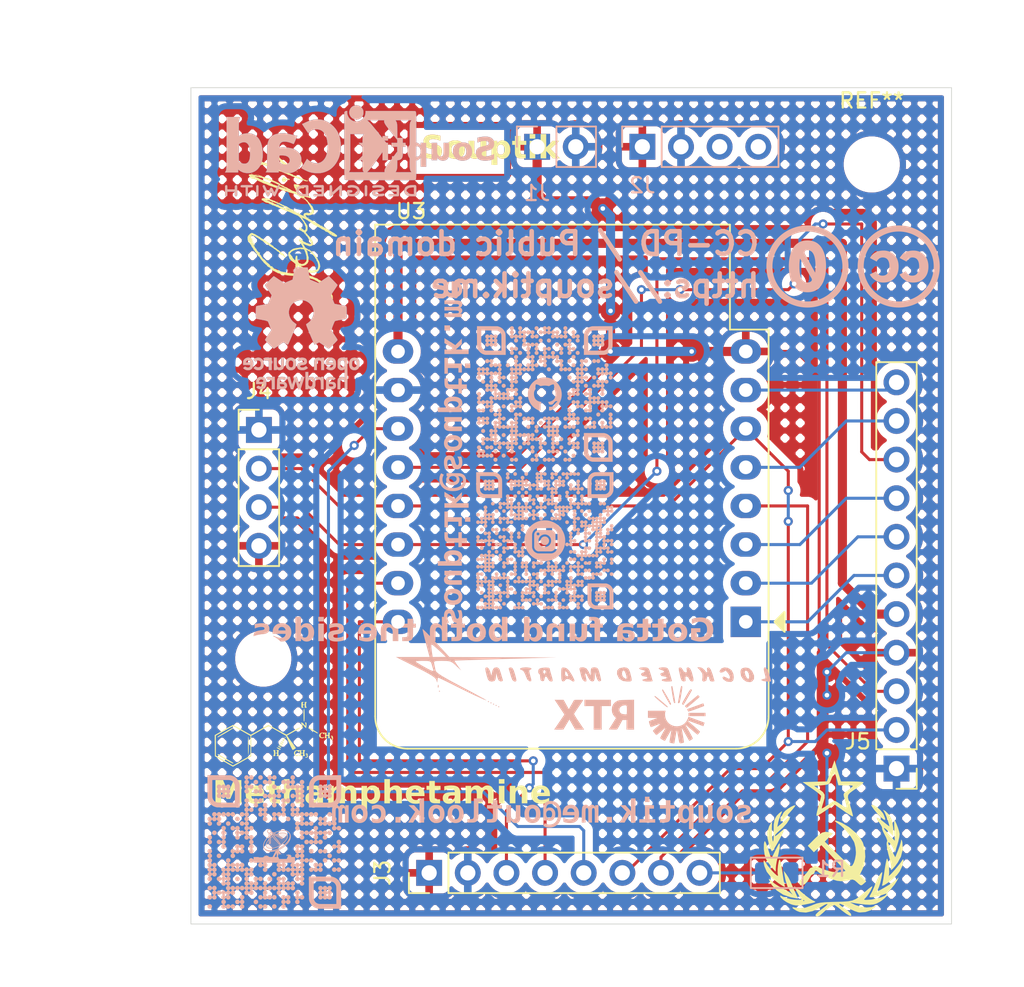
<source format=kicad_pcb>
(kicad_pcb (version 20241129) (generator "pcbnew") (generator_version "8.99")
  (layers (0 "F.Cu" signal) (2 "B.Cu" signal) (13 "F.Paste" user) (15 "B.Paste" user) (5 "F.SilkS" user "F.Silkscreen") (7 "B.SilkS" user "B.Silkscreen") (1 "F.Mask" user) (3 "B.Mask" user) (25 "Edge.Cuts" user))
  (net 0 "")
  (net 1 "GND")
  (net 2 "3.3V")
  (net 5 "SDA")
  (net 6 "Net-(J3-Pin_8)")
  (net 7 "RSTL")
  (net 8 "SCK")
  (net 9 "A0L")
  (net 10 "CS")
  (net 11 "SCL")
  (net 12 "D8WE")
  (net 13 "D6WE")
  (net 14 "A0WE")
  (net 15 "D3WE")
  (net 16 "5V")
  (net 17 "DOWE")
  (net 18 "RSTWE")
  (footprint "kicadlogos:meth" (layer "F.Cu") (at 185.73 92.444)
    (property "Reference" "G***" (hide yes))
    (property "Value" "LOGO" (hide yes))
  )
  (footprint "RF_Module:WEMOS_D1_mini_light" (layer "F.Cu") (at 216.718 85.078 180)
    (property "Reference" "U3")
    (property "Value" "WEMOS_D1_mini")
  )
  (footprint "MountingHole:MountingHole_3.2mm_M3" (layer "F.Cu") (at 225 55)
    (property "Reference" "REF**")
    (property "Value" "MountingHole_3.2mm_M3")
  )
  (footprint "kicadlogos:sign" (layer "F.Cu") (at 187.079375 57.448466 90)
    (property "Reference" "G***" (hide yes))
    (property "Value" "LOGO" (hide yes))
  )
  (footprint "Connector_PinHeader_2.54mm:PinHeader_1x04_P2.54mm_Vertical" (layer "F.Cu") (at 184.714 72.46)
    (property "Reference" "J4")
    (property "Value" "Conn_01x04_Socket")
  )
  (footprint "Connector_PinHeader_2.54mm:PinHeader_1x08_P2.54mm_Vertical" (layer "F.Cu") (at 195.905 101.588 90)
    (property "Reference" "J3")
    (property "Value" "Conn_01x08_Socket")
  )
  (footprint "Connector_PinHeader_2.54mm:PinHeader_1x11_P2.54mm_Vertical" (layer "F.Cu") (at 226.624 94.73 180)
    (property "Reference" "J5")
    (property "Value" "Conn_01x11_Pin")
  )
  (footprint "kicadlogos:communism" (layer "F.Cu") (at 222.433 99.81)
    (property "Reference" "G***" (hide yes))
    (property "Value" "LOGO" (hide yes))
  )
  (footprint "MountingHole:MountingHole_3.2mm_M3" (layer "F.Cu") (at 185 87.5)
    (property "Reference" "REF**" (hide yes))
    (property "Value" "MountingHole_3.2mm_M3")
  )
  (footprint "Symbol:KiCad-Logo2_5mm_SilkScreen" (layer "B.Cu") (at 188.778 54.09 180)
    (property "Reference" "REF**" (hide yes))
    (property "Value" "KiCad-Logo2_5mm_SilkScreen" (hide yes))
  )
  (footprint "Symbol:OSHW-Logo_7.5x8mm_Copper" (layer "B.Cu") (at 187.508 65.774 180)
    (property "Reference" "REF**" (hide yes))
    (property "Value" "OSHW-Logo_7.5x8mm_Copper" (hide yes))
  )
  (footprint "Symbol:Symbol_CreativeCommonsPublicDomain_SilkScreenTop_Small" (layer "B.Cu") (at 207.771 61.71 180)
    (property "Reference" "REF**" (hide yes))
    (property "Value" "Symbol_CreativeCommonsPublicDomain_SilkScreenTop_Small" (hide yes))
  )
  (footprint "kicadlogos:Lockheed" (layer "B.Cu") (at 206.022846 88.751343 180)
    (property "Reference" "G***" (hide yes))
    (property "Value" "LOGO" (hide yes))
  )
  (footprint "kicadlogos:rtx" (layer "B.Cu") (at 209.098 91.174 180)
    (property "Reference" "G***" (hide yes))
    (property "Value" "LOGO" (hide yes))
  )
  (footprint "kicadlogos:instagram" (layer "B.Cu") (at 203.51 79.744 180)
    (property "Reference" "G***" (hide yes))
    (property "Value" "LOGO" (hide yes))
  )
  (footprint "kicadlogos:github" (layer "B.Cu") (at 203.51 70.092 180)
    (property "Reference" "G***" (hide yes))
    (property "Value" "LOGO" (hide yes))
  )
  (footprint "Connector_PinHeader_2.54mm:PinHeader_1x04_P2.54mm_Vertical" (layer "B.Cu") (at 209.92 53.836 -90)
    (property "Reference" "J2")
    (property "Value" "Conn_01x04_Pin" (hide yes))
  )
  (footprint "Symbol:OSHW-Logo_7.5x8mm_SilkScreen" (layer "B.Cu") (at 187.508 65.774 180)
    (property "Reference" "REF**" (hide yes))
    (property "Value" "OSHW-Logo_7.5x8mm_SilkScreen" (hide yes))
  )
  (footprint "Connector_PinHeader_2.54mm:PinHeader_1x02_P2.54mm_Vertical" (layer "B.Cu") (at 203.002 53.836 -90)
    (property "Reference" "J1")
    (property "Value" "Conn_01x02" (hide yes))
  )
  (footprint "Symbol:KiCad-Logo2_5mm_Copper" (layer "B.Cu") (at 188.778 54.09 180)
    (property "Reference" "REF**" (hide yes))
    (property "Value" "KiCad-Logo2_5mm_Copper" (hide yes))
  )
  (footprint "kicadlogos:website" (layer "B.Cu") (at 185.73 99.556 180)
    (property "Reference" "G***" (hide yes))
    (property "Value" "LOGO" (hide yes))
  )
  (footprint "PCM_Resistor_SMD_AKL:R_0805_2012Metric" (layer "B.Cu") (at 218.75 101.588 180)
    (property "Reference" "R1")
    (property "Value" "10" (hide yes))
  )
  (gr_rect (start 180.244 49.95) (end 230.244 104.95) (stroke (width 0.05)) (fill no) (layer "Edge.Cuts"))
  (gr_text "Souptik" (at 195.382 54.852 0) (layer "F.Cu") (effects (font (size 1.5 1.5) (thickness 0.3) (bold yes)) (justify left bottom)))
  (gr_text "Souptik" (at 200.335 54.979 0) (layer "B.Cu") (effects (font (size 1.5 1.5) (thickness 0.3) (bold yes)) (justify left bottom mirror)))
  (gr_text "Souptik" (at 195.382 54.852 0) (layer "F.SilkS") (effects (font (size 1.5 1.5) (thickness 0.3) (bold yes)) (justify left bottom)))
  (gr_text "Methamphetamine" (at 181.666 97.27 0) (layer "F.SilkS") (effects (font (size 1.5 1.5) (thickness 0.3) (bold yes)) (justify left bottom)))
  (gr_text "souptik.me@outlook.com" (at 217.226 98.54 -0) (layer "B.SilkS") (effects (font (size 1.5 1.5) (thickness 0.3) (bold yes)) (justify left bottom mirror)))
  (gr_text "souptik@souptik.me" (at 196.652 85.332 -90) (layer "B.SilkS") (effects (font (size 1.5 1.5) (thickness 0.3) (bold yes)) (justify left bottom mirror)))
  (gr_text "Souptik" (at 200.335 54.979 -0) (layer "B.SilkS") (effects (font (size 1.5 1.5) (thickness 0.3) (bold yes)) (justify left bottom mirror)))
  (gr_text "Gotta fund both the sides" (at 214.686 86.602 0) (layer "B.SilkS") (effects (font (size 1.5 1.5) (thickness 0.3) (bold yes)) (justify left bottom mirror)))
  (segment (start 221.544 87.872) (end 222.052 88.38) (width 0.2) (layer "F.Cu") (net 2))
  (segment (start 203.51 57.392) (end 203.002 56.884) (width 0.6) (layer "F.Cu") (net 2))
  (segment (start 220.02 67.298) (end 221.544 68.822) (width 0.2) (layer "F.Cu") (net 2))
  (segment (start 216.718 67.298) (end 213.162 67.298) (width 0.6) (layer "F.Cu") (net 2))
  (segment (start 221.544 68.822) (end 221.544 87.872) (width 0.2) (layer "F.Cu") (net 2))
  (segment (start 206.812 57.392) (end 203.51 57.392) (width 0.6) (layer "F.Cu") (net 2))
  (segment (start 207.32 57.9) (end 206.812 57.392) (width 0.6) (layer "F.Cu") (net 2))
  (segment (start 216.718 67.298) (end 220.02 67.298) (width 0.2) (layer "F.Cu") (net 2))
  (segment (start 203.002 56.884) (end 203.002 53.836) (width 0.6) (layer "F.Cu") (net 2))
  (segment (start 184.724 79.998) (end 184.714 80.008) (width 0.2) (layer "F.Cu") (net 2))
  (segment (start 222.052 91.174) (end 222.052 89.904) (width 0.2) (layer "F.Cu") (net 2))
  (segment (start 222.052 93.714) (end 222.052 91.174) (width 0.2) (layer "F.Cu") (net 2))
  (segment (start 207.828 67.298) (end 207.828 64.631) (width 0.6) (layer "F.Cu") (net 2))
  (via (at 207.828 64.631) (size 0.6) (drill 0.3) (layers "F.Cu" "B.Cu") (net 2))
  (via (at 222.052 88.38) (size 0.6) (drill 0.3) (layers "F.Cu" "B.Cu") (net 2))
  (via (at 222.052 89.904) (size 0.6) (drill 0.3) (layers "F.Cu" "B.Cu") (net 2))
  (via (at 207.828 67.298) (size 0.6) (drill 0.3) (layers "F.Cu" "B.Cu") (net 2))
  (via (at 222.052 93.714) (size 0.6) (drill 0.3) (layers "F.Cu" "B.Cu") (net 2))
  (via (at 207.32 57.9) (size 0.6) (drill 0.3) (layers "F.Cu" "B.Cu") (net 2))
  (via (at 213.162 67.298) (size 0.6) (drill 0.3) (layers "F.Cu" "B.Cu") (net 2))
  (segment (start 207.828 58.408) (end 207.32 57.9) (width 0.6) (layer "B.Cu") (net 2))
  (segment (start 222.052 101.588) (end 222.052 93.714) (width 0.2) (layer "B.Cu") (net 2))
  (segment (start 223.322 87.11) (end 226.624 87.11) (width 0.2) (layer "B.Cu") (net 2))
  (segment (start 207.828 64.631) (end 207.828 58.408) (width 0.6) (layer "B.Cu") (net 2))
  (segment (start 222.052 89.904) (end 222.052 88.38) (width 0.2) (layer "B.Cu") (net 2))
  (segment (start 221.544 101.588) (end 222.052 101.588) (width 0.2) (layer "B.Cu") (net 2))
  (segment (start 222.052 88.38) (end 223.322 87.11) (width 0.2) (layer "B.Cu") (net 2))
  (segment (start 213.162 67.298) (end 207.828 67.298) (width 0.6) (layer "B.Cu") (net 2))
  (segment (start 219.6625 101.588) (end 221.544 101.588) (width 0.2) (layer "B.Cu") (net 2))
  (segment (start 219.512 92.952) (end 219.512 78.474) (width 0.2) (layer "F.Cu") (net 5))
  (segment (start 219.512 92.952) (end 217.734 94.73) (width 0.2) (layer "F.Cu") (net 5))
  (segment (start 187.5 75) (end 184.714 75) (width 0.2) (layer "F.Cu") (net 5))
  (segment (start 217.734 94.73) (end 215.702 94.73) (width 0.2) (layer "F.Cu") (net 5))
  (segment (start 219.512 75.172) (end 216.718 72.378) (width 0.2) (layer "F.Cu") (net 5))
  (segment (start 219.512 76.442) (end 219.512 75.172) (width 0.2) (layer "F.Cu") (net 5))
  (segment (start 193.858 77.458) (end 190.042 77.458) (width 0.2) (layer "F.Cu") (net 5))
  (segment (start 215.702 94.73) (end 208.844 101.588) (width 0.2) (layer "F.Cu") (net 5))
  (segment (start 208.844 101.588) (end 208.605 101.588) (width 0.2) (layer "F.Cu") (net 5))
  (segment (start 190.042 77.458) (end 190 77.5) (width 0.2) (layer "F.Cu") (net 5))
  (segment (start 211.638 77.458) (end 216.718 72.378) (width 0.2) (layer "F.Cu") (net 5))
  (segment (start 193.858 77.458) (end 211.638 77.458) (width 0.2) (layer "F.Cu") (net 5))
  (segment (start 190 77.5) (end 187.5 75) (width 0.2) (layer "F.Cu") (net 5))
  (via (at 219.512 92.952) (size 0.6) (drill 0.3) (layers "F.Cu" "B.Cu") (net 5))
  (via (at 219.512 78.474) (size 0.6) (drill 0.3) (layers "F.Cu" "B.Cu") (net 5))
  (via (at 219.512 76.442) (size 0.6) (drill 0.3) (layers "F.Cu" "B.Cu") (net 5))
  (segment (start 222.052 92.19) (end 226.624 92.19) (width 0.2) (layer "B.Cu") (net 5))
  (segment (start 219.512 78.474) (end 219.512 76.442) (width 0.2) (layer "B.Cu") (net 5))
  (segment (start 219.512 92.952) (end 221.29 92.952) (width 0.2) (layer "B.Cu") (net 5))
  (segment (start 221.29 92.952) (end 222.052 92.19) (width 0.2) (layer "B.Cu") (net 5))
  (segment (start 217.8375 101.588) (end 213.685 101.588) (width 0.2) (layer "B.Cu") (net 6))
  (segment (start 190.556 82.538) (end 193.858 82.538) (width 0.2) (layer "F.Cu") (net 7))
  (segment (start 203.525 101.588) (end 203.525 94.999) (width 0.2) (layer "F.Cu") (net 7))
  (segment (start 203.51 94.984) (end 190.81 94.984) (width 0.2) (layer "F.Cu") (net 7))
  (segment (start 190.81 94.984) (end 190.556 94.73) (width 0.2) (layer "F.Cu") (net 7))
  (segment (start 203.525 94.999) (end 203.51 94.984) (width 0.2) (layer "F.Cu") (net 7))
  (segment (start 190.556 94.73) (end 190.556 82.538) (width 0.2) (layer "F.Cu") (net 7))
  (segment (start 220.782 77.458) (end 216.718 77.458) (width 0.2) (layer "F.Cu") (net 8))
  (segment (start 220.782 92.952) (end 220.782 77.458) (width 0.2) (layer "F.Cu") (net 8))
  (segment (start 211.145 101.588) (end 211.145 100.557) (width 0.2) (layer "F.Cu") (net 8))
  (segment (start 211.145 100.557) (end 216.21 95.492) (width 0.2) (layer "F.Cu") (net 8))
  (segment (start 216.21 95.492) (end 218.242 95.492) (width 0.2) (layer "F.Cu") (net 8))
  (segment (start 218.242 95.492) (end 220.782 92.952) (width 0.2) (layer "F.Cu") (net 8))
  (segment (start 190.979 73.479) (end 192.08 72.378) (width 0.2) (layer "F.Cu") (net 9))
  (segment (start 192.08 72.378) (end 193.858 72.378) (width 0.2) (layer "F.Cu") (net 9))
  (via (at 190.979 73.479) (size 0.6) (drill 0.3) (layers "F.Cu" "B.Cu") (net 9))
  (segment (start 206.065 98.809) (end 206.065 101.588) (width 0.2) (layer "B.Cu") (net 9))
  (segment (start 201.732 98.54) (end 205.796 98.54) (width 0.2) (layer "B.Cu") (net 9))
  (segment (start 189.54 96.254) (end 199.446 96.254) (width 0.2) (layer "B.Cu") (net 9))
  (segment (start 199.446 96.254) (end 201.732 98.54) (width 0.2) (layer "B.Cu") (net 9))
  (segment (start 189.286 96) (end 189.54 96.254) (width 0.2) (layer "B.Cu") (net 9))
  (segment (start 190.979 73.479) (end 189.286 75.172) (width 0.2) (layer "B.Cu") (net 9))
  (segment (start 189.286 75.172) (end 189.286 96) (width 0.2) (layer "B.Cu") (net 9))
  (segment (start 205.796 98.54) (end 206.065 98.809) (width 0.2) (layer "B.Cu") (net 9))
  (segment (start 191.318 85.078) (end 193.858 85.078) (width 0.2) (layer "F.Cu") (net 10))
  (segment (start 202.494 96) (end 200.985 97.509) (width 0.2) (layer "F.Cu") (net 10))
  (segment (start 202.748 94.222) (end 191.318 94.222) (width 0.2) (layer "F.Cu") (net 10))
  (segment (start 200.985 97.509) (end 200.985 101.588) (width 0.2) (layer "F.Cu") (net 10))
  (segment (start 191.318 94.222) (end 191.318 85.078) (width 0.2) (layer "F.Cu") (net 10))
  (via (at 202.748 94.222) (size 0.6) (drill 0.3) (layers "F.Cu" "B.Cu") (net 10))
  (via (at 202.494 96) (size 0.6) (drill 0.3) (layers "F.Cu" "B.Cu") (net 10))
  (segment (start 202.748 95.746) (end 202.494 96) (width 0.2) (layer "B.Cu") (net 10))
  (segment (start 202.748 94.222) (end 202.748 95.746) (width 0.2) (layer "B.Cu") (net 10))
  (segment (start 210.876 75.172) (end 210.876 61.202) (width 0.2) (layer "F.Cu") (net 11))
  (segment (start 193.856 80) (end 193.858 79.998) (width 0.2) (layer "F.Cu") (net 11))
  (segment (start 225.1 89.65) (end 226.624 89.65) (width 0.2) (layer "F.Cu") (net 11))
  (segment (start 210.876 61.202) (end 222.052 61.202) (width 0.2) (layer "F.Cu") (net 11))
  (segment (start 222.052 86.602) (end 225.1 89.65) (width 0.2) (layer "F.Cu") (net 11))
  (segment (start 187.54 77.54) (end 190 80) (width 0.2) (layer "F.Cu") (net 11))
  (segment (start 222.052 61.202) (end 222.052 86.602) (width 0.2) (layer "F.Cu") (net 11))
  (segment (start 193.858 79.998) (end 206.05 79.998) (width 0.2) (layer "F.Cu") (net 11))
  (segment (start 184.714 77.54) (end 187.54 77.54) (width 0.2) (layer "F.Cu") (net 11))
  (segment (start 190 80) (end 193.856 80) (width 0.2) (layer "F.Cu") (net 11))
  (segment (start 184.714 77.468) (end 184.724 77.458) (width 0.2) (layer "F.Cu") (net 11))
  (via (at 210.876 75.172) (size 0.6) (drill 0.3) (layers "F.Cu" "B.Cu") (net 11))
  (via (at 206.05 79.998) (size 0.6) (drill 0.3) (layers "F.Cu" "B.Cu") (net 11))
  (segment (start 206.05 79.998) (end 210.876 75.172) (width 0.2) (layer "B.Cu") (net 11))
  (segment (start 226.116 69.838) (end 226.624 69.33) (width 0.2) (layer "B.Cu") (net 12))
  (segment (start 216.718 69.838) (end 226.116 69.838) (width 0.2) (layer "B.Cu") (net 12))
  (segment (start 223.322 71.87) (end 226.624 71.87) (width 0.2) (layer "B.Cu") (net 13))
  (segment (start 220.274 74.918) (end 223.322 71.87) (width 0.2) (layer "B.Cu") (net 13))
  (segment (start 216.718 74.918) (end 220.274 74.918) (width 0.2) (layer "B.Cu") (net 13))
  (segment (start 221.036 82.538) (end 216.718 82.538) (width 0.2) (layer "B.Cu") (net 14))
  (segment (start 226.624 79.49) (end 224.084 79.49) (width 0.2) (layer "B.Cu") (net 14))
  (segment (start 224.084 79.49) (end 221.036 82.538) (width 0.2) (layer "B.Cu") (net 14))
  (segment (start 209.86 63.234) (end 209.86 67.044) (width 0.2) (layer "F.Cu") (net 15))
  (segment (start 201.986 74.918) (end 193.858 74.918) (width 0.2) (layer "F.Cu") (net 15))
  (segment (start 221.798 58.916) (end 224.338 58.916) (width 0.2) (layer "F.Cu") (net 15))
  (segment (start 209.86 67.044) (end 201.986 74.918) (width 0.2) (layer "F.Cu") (net 15))
  (segment (start 219.512 63.234) (end 212.4 63.234) (width 0.2) (layer "F.Cu") (net 15))
  (segment (start 219.893 62.853) (end 219.512 63.234) (width 0.2) (layer "F.Cu") (net 15))
  (segment (start 224.338 73.902) (end 224.846 74.41) (width 0.2) (layer "F.Cu") (net 15))
  (segment (start 224.338 58.916) (end 224.338 73.902) (width 0.2) (layer "F.Cu") (net 15))
  (segment (start 224.846 74.41) (end 226.624 74.41) (width 0.2) (layer "F.Cu") (net 15))
  (via (at 219.893 62.853) (size 0.6) (drill 0.3) (layers "F.Cu" "B.Cu") (net 15))
  (via (at 209.86 63.234) (size 0.6) (drill 0.3) (layers "F.Cu" "B.Cu") (net 15))
  (via (at 221.798 58.916) (size 0.6) (drill 0.3) (layers "F.Cu" "B.Cu") (net 15))
  (via (at 212.4 63.234) (size 0.6) (drill 0.3) (layers "F.Cu" "B.Cu") (net 15))
  (segment (start 220.274 62.472) (end 219.893 62.853) (width 0.2) (layer "B.Cu") (net 15))
  (segment (start 212.4 63.234) (end 209.86 63.234) (width 0.2) (layer "B.Cu") (net 15))
  (segment (start 221.29 58.916) (end 220.274 59.932) (width 0.2) (layer "B.Cu") (net 15))
  (segment (start 220.274 59.932) (end 220.274 62.472) (width 0.2) (layer "B.Cu") (net 15))
  (segment (start 221.798 58.916) (end 221.29 58.916) (width 0.2) (layer "B.Cu") (net 15))
  (segment (start 223.068 60.186) (end 223.068 82.538) (width 0.6) (layer "F.Cu") (net 16))
  (segment (start 225.1 84.57) (end 226.624 84.57) (width 0.6) (layer "F.Cu") (net 16))
  (segment (start 193.858 60.186) (end 223.068 60.186) (width 0.6) (layer "F.Cu") (net 16))
  (segment (start 223.068 82.538) (end 225.1 84.57) (width 0.6) (layer "F.Cu") (net 16))
  (segment (start 193.858 67.298) (end 193.858 60.186) (width 0.6) (layer "F.Cu") (net 16))
  (segment (start 220.274 79.998) (end 223.322 76.95) (width 0.2) (layer "B.Cu") (net 17))
  (segment (start 216.718 79.998) (end 220.274 79.998) (width 0.2) (layer "B.Cu") (net 17))
  (segment (start 223.322 76.95) (end 226.624 76.95) (width 0.2) (layer "B.Cu") (net 17))
  (segment (start 216.718 85.078) (end 220.782 85.078) (width 0.2) (layer "B.Cu") (net 18))
  (segment (start 223.83 82.03) (end 226.624 82.03) (width 0.2) (layer "B.Cu") (net 18))
  (segment (start 220.782 85.078) (end 223.83 82.03) (width 0.2) (layer "B.Cu") (net 18))
  (zone (net 2) (net_name "3.3V") (layer "F.Cu") (connect_pads (clearance 0.5)) (min_thickness 0.25) (fill yes (mode hatch) (thermal_gap 0.5) (thermal_bridge_width 0.5) (hatch_thickness 0.4) (hatch_gap 0.6) (hatch_orientation 0) (hatch_smoothing_level 1) (hatch_smoothing_value 0.7) (hatch_border_algorithm hatch_thickness) (hatch_min_hole_area 0.3))
    (polygon (pts (xy 235.006 44.438) (xy 235.006 106.668) (xy 167.696 106.668) (xy 167.696 44.184)))
  )
  (zone (net 1) (net_name "GND") (layer "B.Cu") (priority 1) (connect_pads (clearance 0.5)) (min_thickness 0.25) (fill yes (mode hatch) (thermal_gap 0.5) (thermal_bridge_width 0.5) (hatch_thickness 0.4) (hatch_gap 0.6) (hatch_orientation 0) (hatch_smoothing_level 1) (hatch_smoothing_value 0.7) (hatch_border_algorithm hatch_thickness) (hatch_min_hole_area 0.3))
    (polygon (pts (xy 169.22 46.47) (xy 231.196 46.47) (xy 231.069 107.811) (xy 169.22 107.938)))
  )
)
</source>
